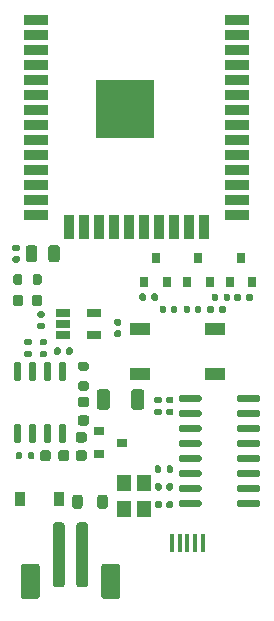
<source format=gbr>
%TF.GenerationSoftware,KiCad,Pcbnew,(5.1.7-0-10_14)*%
%TF.CreationDate,2020-11-01T22:18:58+09:00*%
%TF.ProjectId,esp32-dev,65737033-322d-4646-9576-2e6b69636164,rev?*%
%TF.SameCoordinates,Original*%
%TF.FileFunction,Paste,Top*%
%TF.FilePolarity,Positive*%
%FSLAX46Y46*%
G04 Gerber Fmt 4.6, Leading zero omitted, Abs format (unit mm)*
G04 Created by KiCad (PCBNEW (5.1.7-0-10_14)) date 2020-11-01 22:18:58*
%MOMM*%
%LPD*%
G01*
G04 APERTURE LIST*
%ADD10R,0.900000X1.200000*%
%ADD11R,0.400000X1.600000*%
%ADD12R,0.900000X0.800000*%
%ADD13R,0.800000X0.900000*%
%ADD14R,1.700000X1.000000*%
%ADD15R,5.000000X5.000000*%
%ADD16R,2.000000X0.900000*%
%ADD17R,0.900000X2.000000*%
%ADD18R,1.220000X0.650000*%
%ADD19R,1.200000X1.400000*%
G04 APERTURE END LIST*
%TO.C,C1*%
G36*
G01*
X126425000Y-105850000D02*
X126425000Y-106350000D01*
G75*
G02*
X126200000Y-106575000I-225000J0D01*
G01*
X125750000Y-106575000D01*
G75*
G02*
X125525000Y-106350000I0J225000D01*
G01*
X125525000Y-105850000D01*
G75*
G02*
X125750000Y-105625000I225000J0D01*
G01*
X126200000Y-105625000D01*
G75*
G02*
X126425000Y-105850000I0J-225000D01*
G01*
G37*
G36*
G01*
X127975000Y-105850000D02*
X127975000Y-106350000D01*
G75*
G02*
X127750000Y-106575000I-225000J0D01*
G01*
X127300000Y-106575000D01*
G75*
G02*
X127075000Y-106350000I0J225000D01*
G01*
X127075000Y-105850000D01*
G75*
G02*
X127300000Y-105625000I225000J0D01*
G01*
X127750000Y-105625000D01*
G75*
G02*
X127975000Y-105850000I0J-225000D01*
G01*
G37*
%TD*%
%TO.C,C2*%
G36*
G01*
X125430000Y-93870000D02*
X125770000Y-93870000D01*
G75*
G02*
X125910000Y-94010000I0J-140000D01*
G01*
X125910000Y-94290000D01*
G75*
G02*
X125770000Y-94430000I-140000J0D01*
G01*
X125430000Y-94430000D01*
G75*
G02*
X125290000Y-94290000I0J140000D01*
G01*
X125290000Y-94010000D01*
G75*
G02*
X125430000Y-93870000I140000J0D01*
G01*
G37*
G36*
G01*
X125430000Y-94830000D02*
X125770000Y-94830000D01*
G75*
G02*
X125910000Y-94970000I0J-140000D01*
G01*
X125910000Y-95250000D01*
G75*
G02*
X125770000Y-95390000I-140000J0D01*
G01*
X125430000Y-95390000D01*
G75*
G02*
X125290000Y-95250000I0J140000D01*
G01*
X125290000Y-94970000D01*
G75*
G02*
X125430000Y-94830000I140000J0D01*
G01*
G37*
%TD*%
%TO.C,C3*%
G36*
G01*
X123330000Y-89200000D02*
X123670000Y-89200000D01*
G75*
G02*
X123810000Y-89340000I0J-140000D01*
G01*
X123810000Y-89620000D01*
G75*
G02*
X123670000Y-89760000I-140000J0D01*
G01*
X123330000Y-89760000D01*
G75*
G02*
X123190000Y-89620000I0J140000D01*
G01*
X123190000Y-89340000D01*
G75*
G02*
X123330000Y-89200000I140000J0D01*
G01*
G37*
G36*
G01*
X123330000Y-88240000D02*
X123670000Y-88240000D01*
G75*
G02*
X123810000Y-88380000I0J-140000D01*
G01*
X123810000Y-88660000D01*
G75*
G02*
X123670000Y-88800000I-140000J0D01*
G01*
X123330000Y-88800000D01*
G75*
G02*
X123190000Y-88660000I0J140000D01*
G01*
X123190000Y-88380000D01*
G75*
G02*
X123330000Y-88240000I140000J0D01*
G01*
G37*
%TD*%
%TO.C,C4*%
G36*
G01*
X127200000Y-88525000D02*
X127200000Y-89475000D01*
G75*
G02*
X126950000Y-89725000I-250000J0D01*
G01*
X126450000Y-89725000D01*
G75*
G02*
X126200000Y-89475000I0J250000D01*
G01*
X126200000Y-88525000D01*
G75*
G02*
X126450000Y-88275000I250000J0D01*
G01*
X126950000Y-88275000D01*
G75*
G02*
X127200000Y-88525000I0J-250000D01*
G01*
G37*
G36*
G01*
X125300000Y-88525000D02*
X125300000Y-89475000D01*
G75*
G02*
X125050000Y-89725000I-250000J0D01*
G01*
X124550000Y-89725000D01*
G75*
G02*
X124300000Y-89475000I0J250000D01*
G01*
X124300000Y-88525000D01*
G75*
G02*
X124550000Y-88275000I250000J0D01*
G01*
X125050000Y-88275000D01*
G75*
G02*
X125300000Y-88525000I0J-250000D01*
G01*
G37*
%TD*%
%TO.C,C5*%
G36*
G01*
X128750000Y-104100000D02*
X129250000Y-104100000D01*
G75*
G02*
X129475000Y-104325000I0J-225000D01*
G01*
X129475000Y-104775000D01*
G75*
G02*
X129250000Y-105000000I-225000J0D01*
G01*
X128750000Y-105000000D01*
G75*
G02*
X128525000Y-104775000I0J225000D01*
G01*
X128525000Y-104325000D01*
G75*
G02*
X128750000Y-104100000I225000J0D01*
G01*
G37*
G36*
G01*
X128750000Y-105650000D02*
X129250000Y-105650000D01*
G75*
G02*
X129475000Y-105875000I0J-225000D01*
G01*
X129475000Y-106325000D01*
G75*
G02*
X129250000Y-106550000I-225000J0D01*
G01*
X128750000Y-106550000D01*
G75*
G02*
X128525000Y-106325000I0J225000D01*
G01*
X128525000Y-105875000D01*
G75*
G02*
X128750000Y-105650000I225000J0D01*
G01*
G37*
%TD*%
%TO.C,C6*%
G36*
G01*
X131930000Y-94540000D02*
X132270000Y-94540000D01*
G75*
G02*
X132410000Y-94680000I0J-140000D01*
G01*
X132410000Y-94960000D01*
G75*
G02*
X132270000Y-95100000I-140000J0D01*
G01*
X131930000Y-95100000D01*
G75*
G02*
X131790000Y-94960000I0J140000D01*
G01*
X131790000Y-94680000D01*
G75*
G02*
X131930000Y-94540000I140000J0D01*
G01*
G37*
G36*
G01*
X131930000Y-95500000D02*
X132270000Y-95500000D01*
G75*
G02*
X132410000Y-95640000I0J-140000D01*
G01*
X132410000Y-95920000D01*
G75*
G02*
X132270000Y-96060000I-140000J0D01*
G01*
X131930000Y-96060000D01*
G75*
G02*
X131790000Y-95920000I0J140000D01*
G01*
X131790000Y-95640000D01*
G75*
G02*
X131930000Y-95500000I140000J0D01*
G01*
G37*
%TD*%
%TO.C,C7*%
G36*
G01*
X138230000Y-93556000D02*
X138230000Y-93896000D01*
G75*
G02*
X138090000Y-94036000I-140000J0D01*
G01*
X137810000Y-94036000D01*
G75*
G02*
X137670000Y-93896000I0J140000D01*
G01*
X137670000Y-93556000D01*
G75*
G02*
X137810000Y-93416000I140000J0D01*
G01*
X138090000Y-93416000D01*
G75*
G02*
X138230000Y-93556000I0J-140000D01*
G01*
G37*
G36*
G01*
X139190000Y-93556000D02*
X139190000Y-93896000D01*
G75*
G02*
X139050000Y-94036000I-140000J0D01*
G01*
X138770000Y-94036000D01*
G75*
G02*
X138630000Y-93896000I0J140000D01*
G01*
X138630000Y-93556000D01*
G75*
G02*
X138770000Y-93416000I140000J0D01*
G01*
X139050000Y-93416000D01*
G75*
G02*
X139190000Y-93556000I0J-140000D01*
G01*
G37*
%TD*%
%TO.C,C8*%
G36*
G01*
X137158000Y-93556000D02*
X137158000Y-93896000D01*
G75*
G02*
X137018000Y-94036000I-140000J0D01*
G01*
X136738000Y-94036000D01*
G75*
G02*
X136598000Y-93896000I0J140000D01*
G01*
X136598000Y-93556000D01*
G75*
G02*
X136738000Y-93416000I140000J0D01*
G01*
X137018000Y-93416000D01*
G75*
G02*
X137158000Y-93556000I0J-140000D01*
G01*
G37*
G36*
G01*
X136198000Y-93556000D02*
X136198000Y-93896000D01*
G75*
G02*
X136058000Y-94036000I-140000J0D01*
G01*
X135778000Y-94036000D01*
G75*
G02*
X135638000Y-93896000I0J140000D01*
G01*
X135638000Y-93556000D01*
G75*
G02*
X135778000Y-93416000I140000J0D01*
G01*
X136058000Y-93416000D01*
G75*
G02*
X136198000Y-93556000I0J-140000D01*
G01*
G37*
%TD*%
%TO.C,C9*%
G36*
G01*
X136780000Y-108580000D02*
X136780000Y-108920000D01*
G75*
G02*
X136640000Y-109060000I-140000J0D01*
G01*
X136360000Y-109060000D01*
G75*
G02*
X136220000Y-108920000I0J140000D01*
G01*
X136220000Y-108580000D01*
G75*
G02*
X136360000Y-108440000I140000J0D01*
G01*
X136640000Y-108440000D01*
G75*
G02*
X136780000Y-108580000I0J-140000D01*
G01*
G37*
G36*
G01*
X135820000Y-108580000D02*
X135820000Y-108920000D01*
G75*
G02*
X135680000Y-109060000I-140000J0D01*
G01*
X135400000Y-109060000D01*
G75*
G02*
X135260000Y-108920000I0J140000D01*
G01*
X135260000Y-108580000D01*
G75*
G02*
X135400000Y-108440000I140000J0D01*
G01*
X135680000Y-108440000D01*
G75*
G02*
X135820000Y-108580000I0J-140000D01*
G01*
G37*
%TD*%
%TO.C,C10*%
G36*
G01*
X135820000Y-110080000D02*
X135820000Y-110420000D01*
G75*
G02*
X135680000Y-110560000I-140000J0D01*
G01*
X135400000Y-110560000D01*
G75*
G02*
X135260000Y-110420000I0J140000D01*
G01*
X135260000Y-110080000D01*
G75*
G02*
X135400000Y-109940000I140000J0D01*
G01*
X135680000Y-109940000D01*
G75*
G02*
X135820000Y-110080000I0J-140000D01*
G01*
G37*
G36*
G01*
X136780000Y-110080000D02*
X136780000Y-110420000D01*
G75*
G02*
X136640000Y-110560000I-140000J0D01*
G01*
X136360000Y-110560000D01*
G75*
G02*
X136220000Y-110420000I0J140000D01*
G01*
X136220000Y-110080000D01*
G75*
G02*
X136360000Y-109940000I140000J0D01*
G01*
X136640000Y-109940000D01*
G75*
G02*
X136780000Y-110080000I0J-140000D01*
G01*
G37*
%TD*%
D10*
%TO.C,D1*%
X123850000Y-109750000D03*
X127150000Y-109750000D03*
%TD*%
%TO.C,D2*%
G36*
G01*
X128943750Y-102687500D02*
X129456250Y-102687500D01*
G75*
G02*
X129675000Y-102906250I0J-218750D01*
G01*
X129675000Y-103343750D01*
G75*
G02*
X129456250Y-103562500I-218750J0D01*
G01*
X128943750Y-103562500D01*
G75*
G02*
X128725000Y-103343750I0J218750D01*
G01*
X128725000Y-102906250D01*
G75*
G02*
X128943750Y-102687500I218750J0D01*
G01*
G37*
G36*
G01*
X128943750Y-101112500D02*
X129456250Y-101112500D01*
G75*
G02*
X129675000Y-101331250I0J-218750D01*
G01*
X129675000Y-101768750D01*
G75*
G02*
X129456250Y-101987500I-218750J0D01*
G01*
X128943750Y-101987500D01*
G75*
G02*
X128725000Y-101768750I0J218750D01*
G01*
X128725000Y-101331250D01*
G75*
G02*
X128943750Y-101112500I218750J0D01*
G01*
G37*
%TD*%
%TO.C,D3*%
G36*
G01*
X124810000Y-93220250D02*
X124810000Y-92707750D01*
G75*
G02*
X125028750Y-92489000I218750J0D01*
G01*
X125466250Y-92489000D01*
G75*
G02*
X125685000Y-92707750I0J-218750D01*
G01*
X125685000Y-93220250D01*
G75*
G02*
X125466250Y-93439000I-218750J0D01*
G01*
X125028750Y-93439000D01*
G75*
G02*
X124810000Y-93220250I0J218750D01*
G01*
G37*
G36*
G01*
X123235000Y-93220250D02*
X123235000Y-92707750D01*
G75*
G02*
X123453750Y-92489000I218750J0D01*
G01*
X123891250Y-92489000D01*
G75*
G02*
X124110000Y-92707750I0J-218750D01*
G01*
X124110000Y-93220250D01*
G75*
G02*
X123891250Y-93439000I-218750J0D01*
G01*
X123453750Y-93439000D01*
G75*
G02*
X123235000Y-93220250I0J218750D01*
G01*
G37*
%TD*%
%TO.C,FB1*%
G36*
G01*
X128250000Y-110381250D02*
X128250000Y-109618750D01*
G75*
G02*
X128468750Y-109400000I218750J0D01*
G01*
X128906250Y-109400000D01*
G75*
G02*
X129125000Y-109618750I0J-218750D01*
G01*
X129125000Y-110381250D01*
G75*
G02*
X128906250Y-110600000I-218750J0D01*
G01*
X128468750Y-110600000D01*
G75*
G02*
X128250000Y-110381250I0J218750D01*
G01*
G37*
G36*
G01*
X130375000Y-110381250D02*
X130375000Y-109618750D01*
G75*
G02*
X130593750Y-109400000I218750J0D01*
G01*
X131031250Y-109400000D01*
G75*
G02*
X131250000Y-109618750I0J-218750D01*
G01*
X131250000Y-110381250D01*
G75*
G02*
X131031250Y-110600000I-218750J0D01*
G01*
X130593750Y-110600000D01*
G75*
G02*
X130375000Y-110381250I0J218750D01*
G01*
G37*
%TD*%
%TO.C,J1*%
G36*
G01*
X125500000Y-115500000D02*
X125500000Y-118000000D01*
G75*
G02*
X125250000Y-118250000I-250000J0D01*
G01*
X124150000Y-118250000D01*
G75*
G02*
X123900000Y-118000000I0J250000D01*
G01*
X123900000Y-115500000D01*
G75*
G02*
X124150000Y-115250000I250000J0D01*
G01*
X125250000Y-115250000D01*
G75*
G02*
X125500000Y-115500000I0J-250000D01*
G01*
G37*
G36*
G01*
X132300000Y-115500000D02*
X132300000Y-118000000D01*
G75*
G02*
X132050000Y-118250000I-250000J0D01*
G01*
X130950000Y-118250000D01*
G75*
G02*
X130700000Y-118000000I0J250000D01*
G01*
X130700000Y-115500000D01*
G75*
G02*
X130950000Y-115250000I250000J0D01*
G01*
X132050000Y-115250000D01*
G75*
G02*
X132300000Y-115500000I0J-250000D01*
G01*
G37*
G36*
G01*
X127600000Y-112000000D02*
X127600000Y-117000000D01*
G75*
G02*
X127350000Y-117250000I-250000J0D01*
G01*
X126850000Y-117250000D01*
G75*
G02*
X126600000Y-117000000I0J250000D01*
G01*
X126600000Y-112000000D01*
G75*
G02*
X126850000Y-111750000I250000J0D01*
G01*
X127350000Y-111750000D01*
G75*
G02*
X127600000Y-112000000I0J-250000D01*
G01*
G37*
G36*
G01*
X129600000Y-112000000D02*
X129600000Y-117000000D01*
G75*
G02*
X129350000Y-117250000I-250000J0D01*
G01*
X128850000Y-117250000D01*
G75*
G02*
X128600000Y-117000000I0J250000D01*
G01*
X128600000Y-112000000D01*
G75*
G02*
X128850000Y-111750000I250000J0D01*
G01*
X129350000Y-111750000D01*
G75*
G02*
X129600000Y-112000000I0J-250000D01*
G01*
G37*
%TD*%
D11*
%TO.C,J2*%
X139300000Y-113500000D03*
X138650000Y-113500000D03*
X138000000Y-113500000D03*
X137350000Y-113500000D03*
X136700000Y-113500000D03*
%TD*%
D12*
%TO.C,Q1*%
X130500000Y-104050000D03*
X130500000Y-105950000D03*
X132500000Y-105000000D03*
%TD*%
D13*
%TO.C,Q4*%
X135300000Y-89375000D03*
X136250000Y-91375000D03*
X134350000Y-91375000D03*
%TD*%
%TO.C,R1*%
G36*
G01*
X135760000Y-107065000D02*
X135760000Y-107435000D01*
G75*
G02*
X135625000Y-107570000I-135000J0D01*
G01*
X135355000Y-107570000D01*
G75*
G02*
X135220000Y-107435000I0J135000D01*
G01*
X135220000Y-107065000D01*
G75*
G02*
X135355000Y-106930000I135000J0D01*
G01*
X135625000Y-106930000D01*
G75*
G02*
X135760000Y-107065000I0J-135000D01*
G01*
G37*
G36*
G01*
X136780000Y-107065000D02*
X136780000Y-107435000D01*
G75*
G02*
X136645000Y-107570000I-135000J0D01*
G01*
X136375000Y-107570000D01*
G75*
G02*
X136240000Y-107435000I0J135000D01*
G01*
X136240000Y-107065000D01*
G75*
G02*
X136375000Y-106930000I135000J0D01*
G01*
X136645000Y-106930000D01*
G75*
G02*
X136780000Y-107065000I0J-135000D01*
G01*
G37*
%TD*%
%TO.C,R2*%
G36*
G01*
X133234000Y-101971001D02*
X133234000Y-100720999D01*
G75*
G02*
X133483999Y-100471000I249999J0D01*
G01*
X134109001Y-100471000D01*
G75*
G02*
X134359000Y-100720999I0J-249999D01*
G01*
X134359000Y-101971001D01*
G75*
G02*
X134109001Y-102221000I-249999J0D01*
G01*
X133483999Y-102221000D01*
G75*
G02*
X133234000Y-101971001I0J249999D01*
G01*
G37*
G36*
G01*
X130309000Y-101971001D02*
X130309000Y-100720999D01*
G75*
G02*
X130558999Y-100471000I249999J0D01*
G01*
X131184001Y-100471000D01*
G75*
G02*
X131434000Y-100720999I0J-249999D01*
G01*
X131434000Y-101971001D01*
G75*
G02*
X131184001Y-102221000I-249999J0D01*
G01*
X130558999Y-102221000D01*
G75*
G02*
X130309000Y-101971001I0J249999D01*
G01*
G37*
%TD*%
%TO.C,R3*%
G36*
G01*
X128280000Y-97065000D02*
X128280000Y-97435000D01*
G75*
G02*
X128145000Y-97570000I-135000J0D01*
G01*
X127875000Y-97570000D01*
G75*
G02*
X127740000Y-97435000I0J135000D01*
G01*
X127740000Y-97065000D01*
G75*
G02*
X127875000Y-96930000I135000J0D01*
G01*
X128145000Y-96930000D01*
G75*
G02*
X128280000Y-97065000I0J-135000D01*
G01*
G37*
G36*
G01*
X127260000Y-97065000D02*
X127260000Y-97435000D01*
G75*
G02*
X127125000Y-97570000I-135000J0D01*
G01*
X126855000Y-97570000D01*
G75*
G02*
X126720000Y-97435000I0J135000D01*
G01*
X126720000Y-97065000D01*
G75*
G02*
X126855000Y-96930000I135000J0D01*
G01*
X127125000Y-96930000D01*
G75*
G02*
X127260000Y-97065000I0J-135000D01*
G01*
G37*
%TD*%
%TO.C,R4*%
G36*
G01*
X128925000Y-98150000D02*
X129475000Y-98150000D01*
G75*
G02*
X129675000Y-98350000I0J-200000D01*
G01*
X129675000Y-98750000D01*
G75*
G02*
X129475000Y-98950000I-200000J0D01*
G01*
X128925000Y-98950000D01*
G75*
G02*
X128725000Y-98750000I0J200000D01*
G01*
X128725000Y-98350000D01*
G75*
G02*
X128925000Y-98150000I200000J0D01*
G01*
G37*
G36*
G01*
X128925000Y-99800000D02*
X129475000Y-99800000D01*
G75*
G02*
X129675000Y-100000000I0J-200000D01*
G01*
X129675000Y-100400000D01*
G75*
G02*
X129475000Y-100600000I-200000J0D01*
G01*
X128925000Y-100600000D01*
G75*
G02*
X128725000Y-100400000I0J200000D01*
G01*
X128725000Y-100000000D01*
G75*
G02*
X128925000Y-99800000I200000J0D01*
G01*
G37*
%TD*%
%TO.C,R5*%
G36*
G01*
X125985000Y-96760000D02*
X125615000Y-96760000D01*
G75*
G02*
X125480000Y-96625000I0J135000D01*
G01*
X125480000Y-96355000D01*
G75*
G02*
X125615000Y-96220000I135000J0D01*
G01*
X125985000Y-96220000D01*
G75*
G02*
X126120000Y-96355000I0J-135000D01*
G01*
X126120000Y-96625000D01*
G75*
G02*
X125985000Y-96760000I-135000J0D01*
G01*
G37*
G36*
G01*
X125985000Y-97780000D02*
X125615000Y-97780000D01*
G75*
G02*
X125480000Y-97645000I0J135000D01*
G01*
X125480000Y-97375000D01*
G75*
G02*
X125615000Y-97240000I135000J0D01*
G01*
X125985000Y-97240000D01*
G75*
G02*
X126120000Y-97375000I0J-135000D01*
G01*
X126120000Y-97645000D01*
G75*
G02*
X125985000Y-97780000I-135000J0D01*
G01*
G37*
%TD*%
%TO.C,R6*%
G36*
G01*
X124685000Y-96760000D02*
X124315000Y-96760000D01*
G75*
G02*
X124180000Y-96625000I0J135000D01*
G01*
X124180000Y-96355000D01*
G75*
G02*
X124315000Y-96220000I135000J0D01*
G01*
X124685000Y-96220000D01*
G75*
G02*
X124820000Y-96355000I0J-135000D01*
G01*
X124820000Y-96625000D01*
G75*
G02*
X124685000Y-96760000I-135000J0D01*
G01*
G37*
G36*
G01*
X124685000Y-97780000D02*
X124315000Y-97780000D01*
G75*
G02*
X124180000Y-97645000I0J135000D01*
G01*
X124180000Y-97375000D01*
G75*
G02*
X124315000Y-97240000I135000J0D01*
G01*
X124685000Y-97240000D01*
G75*
G02*
X124820000Y-97375000I0J-135000D01*
G01*
X124820000Y-97645000D01*
G75*
G02*
X124685000Y-97780000I-135000J0D01*
G01*
G37*
%TD*%
%TO.C,R7*%
G36*
G01*
X140050000Y-92885000D02*
X140050000Y-92515000D01*
G75*
G02*
X140185000Y-92380000I135000J0D01*
G01*
X140455000Y-92380000D01*
G75*
G02*
X140590000Y-92515000I0J-135000D01*
G01*
X140590000Y-92885000D01*
G75*
G02*
X140455000Y-93020000I-135000J0D01*
G01*
X140185000Y-93020000D01*
G75*
G02*
X140050000Y-92885000I0J135000D01*
G01*
G37*
G36*
G01*
X141070000Y-92885000D02*
X141070000Y-92515000D01*
G75*
G02*
X141205000Y-92380000I135000J0D01*
G01*
X141475000Y-92380000D01*
G75*
G02*
X141610000Y-92515000I0J-135000D01*
G01*
X141610000Y-92885000D01*
G75*
G02*
X141475000Y-93020000I-135000J0D01*
G01*
X141205000Y-93020000D01*
G75*
G02*
X141070000Y-92885000I0J135000D01*
G01*
G37*
%TD*%
%TO.C,R8*%
G36*
G01*
X143526000Y-92525000D02*
X143526000Y-92895000D01*
G75*
G02*
X143391000Y-93030000I-135000J0D01*
G01*
X143121000Y-93030000D01*
G75*
G02*
X142986000Y-92895000I0J135000D01*
G01*
X142986000Y-92525000D01*
G75*
G02*
X143121000Y-92390000I135000J0D01*
G01*
X143391000Y-92390000D01*
G75*
G02*
X143526000Y-92525000I0J-135000D01*
G01*
G37*
G36*
G01*
X142506000Y-92525000D02*
X142506000Y-92895000D01*
G75*
G02*
X142371000Y-93030000I-135000J0D01*
G01*
X142101000Y-93030000D01*
G75*
G02*
X141966000Y-92895000I0J135000D01*
G01*
X141966000Y-92525000D01*
G75*
G02*
X142101000Y-92390000I135000J0D01*
G01*
X142371000Y-92390000D01*
G75*
G02*
X142506000Y-92525000I0J-135000D01*
G01*
G37*
%TD*%
%TO.C,R9*%
G36*
G01*
X124490000Y-106285000D02*
X124490000Y-105915000D01*
G75*
G02*
X124625000Y-105780000I135000J0D01*
G01*
X124895000Y-105780000D01*
G75*
G02*
X125030000Y-105915000I0J-135000D01*
G01*
X125030000Y-106285000D01*
G75*
G02*
X124895000Y-106420000I-135000J0D01*
G01*
X124625000Y-106420000D01*
G75*
G02*
X124490000Y-106285000I0J135000D01*
G01*
G37*
G36*
G01*
X123470000Y-106285000D02*
X123470000Y-105915000D01*
G75*
G02*
X123605000Y-105780000I135000J0D01*
G01*
X123875000Y-105780000D01*
G75*
G02*
X124010000Y-105915000I0J-135000D01*
G01*
X124010000Y-106285000D01*
G75*
G02*
X123875000Y-106420000I-135000J0D01*
G01*
X123605000Y-106420000D01*
G75*
G02*
X123470000Y-106285000I0J135000D01*
G01*
G37*
%TD*%
%TO.C,R10*%
G36*
G01*
X140222000Y-93541000D02*
X140222000Y-93911000D01*
G75*
G02*
X140087000Y-94046000I-135000J0D01*
G01*
X139817000Y-94046000D01*
G75*
G02*
X139682000Y-93911000I0J135000D01*
G01*
X139682000Y-93541000D01*
G75*
G02*
X139817000Y-93406000I135000J0D01*
G01*
X140087000Y-93406000D01*
G75*
G02*
X140222000Y-93541000I0J-135000D01*
G01*
G37*
G36*
G01*
X141242000Y-93541000D02*
X141242000Y-93911000D01*
G75*
G02*
X141107000Y-94046000I-135000J0D01*
G01*
X140837000Y-94046000D01*
G75*
G02*
X140702000Y-93911000I0J135000D01*
G01*
X140702000Y-93541000D01*
G75*
G02*
X140837000Y-93406000I135000J0D01*
G01*
X141107000Y-93406000D01*
G75*
G02*
X141242000Y-93541000I0J-135000D01*
G01*
G37*
%TD*%
%TO.C,R11*%
G36*
G01*
X123235000Y-91461000D02*
X123235000Y-90911000D01*
G75*
G02*
X123435000Y-90711000I200000J0D01*
G01*
X123835000Y-90711000D01*
G75*
G02*
X124035000Y-90911000I0J-200000D01*
G01*
X124035000Y-91461000D01*
G75*
G02*
X123835000Y-91661000I-200000J0D01*
G01*
X123435000Y-91661000D01*
G75*
G02*
X123235000Y-91461000I0J200000D01*
G01*
G37*
G36*
G01*
X124885000Y-91461000D02*
X124885000Y-90911000D01*
G75*
G02*
X125085000Y-90711000I200000J0D01*
G01*
X125485000Y-90711000D01*
G75*
G02*
X125685000Y-90911000I0J-200000D01*
G01*
X125685000Y-91461000D01*
G75*
G02*
X125485000Y-91661000I-200000J0D01*
G01*
X125085000Y-91661000D01*
G75*
G02*
X124885000Y-91461000I0J200000D01*
G01*
G37*
%TD*%
%TO.C,R12*%
G36*
G01*
X136685000Y-101660000D02*
X136315000Y-101660000D01*
G75*
G02*
X136180000Y-101525000I0J135000D01*
G01*
X136180000Y-101255000D01*
G75*
G02*
X136315000Y-101120000I135000J0D01*
G01*
X136685000Y-101120000D01*
G75*
G02*
X136820000Y-101255000I0J-135000D01*
G01*
X136820000Y-101525000D01*
G75*
G02*
X136685000Y-101660000I-135000J0D01*
G01*
G37*
G36*
G01*
X136685000Y-102680000D02*
X136315000Y-102680000D01*
G75*
G02*
X136180000Y-102545000I0J135000D01*
G01*
X136180000Y-102275000D01*
G75*
G02*
X136315000Y-102140000I135000J0D01*
G01*
X136685000Y-102140000D01*
G75*
G02*
X136820000Y-102275000I0J-135000D01*
G01*
X136820000Y-102545000D01*
G75*
G02*
X136685000Y-102680000I-135000J0D01*
G01*
G37*
%TD*%
%TO.C,R13*%
G36*
G01*
X135315000Y-101120000D02*
X135685000Y-101120000D01*
G75*
G02*
X135820000Y-101255000I0J-135000D01*
G01*
X135820000Y-101525000D01*
G75*
G02*
X135685000Y-101660000I-135000J0D01*
G01*
X135315000Y-101660000D01*
G75*
G02*
X135180000Y-101525000I0J135000D01*
G01*
X135180000Y-101255000D01*
G75*
G02*
X135315000Y-101120000I135000J0D01*
G01*
G37*
G36*
G01*
X135315000Y-102140000D02*
X135685000Y-102140000D01*
G75*
G02*
X135820000Y-102275000I0J-135000D01*
G01*
X135820000Y-102545000D01*
G75*
G02*
X135685000Y-102680000I-135000J0D01*
G01*
X135315000Y-102680000D01*
G75*
G02*
X135180000Y-102545000I0J135000D01*
G01*
X135180000Y-102275000D01*
G75*
G02*
X135315000Y-102140000I135000J0D01*
G01*
G37*
%TD*%
%TO.C,R14*%
G36*
G01*
X133935000Y-92860000D02*
X133935000Y-92490000D01*
G75*
G02*
X134070000Y-92355000I135000J0D01*
G01*
X134340000Y-92355000D01*
G75*
G02*
X134475000Y-92490000I0J-135000D01*
G01*
X134475000Y-92860000D01*
G75*
G02*
X134340000Y-92995000I-135000J0D01*
G01*
X134070000Y-92995000D01*
G75*
G02*
X133935000Y-92860000I0J135000D01*
G01*
G37*
G36*
G01*
X134955000Y-92860000D02*
X134955000Y-92490000D01*
G75*
G02*
X135090000Y-92355000I135000J0D01*
G01*
X135360000Y-92355000D01*
G75*
G02*
X135495000Y-92490000I0J-135000D01*
G01*
X135495000Y-92860000D01*
G75*
G02*
X135360000Y-92995000I-135000J0D01*
G01*
X135090000Y-92995000D01*
G75*
G02*
X134955000Y-92860000I0J135000D01*
G01*
G37*
%TD*%
D14*
%TO.C,SW1*%
X140310000Y-99182000D03*
X134010000Y-99182000D03*
X140310000Y-95382000D03*
X134010000Y-95382000D03*
%TD*%
D15*
%TO.C,U1*%
X132700000Y-76745000D03*
D16*
X125200000Y-69245000D03*
X125200000Y-70515000D03*
X125200000Y-71785000D03*
X125200000Y-73055000D03*
X125200000Y-74325000D03*
X125200000Y-75595000D03*
X125200000Y-76865000D03*
X125200000Y-78135000D03*
X125200000Y-79405000D03*
X125200000Y-80675000D03*
X125200000Y-81945000D03*
X125200000Y-83215000D03*
X125200000Y-84485000D03*
X125200000Y-85755000D03*
D17*
X127985000Y-86755000D03*
X129255000Y-86755000D03*
X130525000Y-86755000D03*
X131795000Y-86755000D03*
X133065000Y-86755000D03*
X134335000Y-86755000D03*
X135605000Y-86755000D03*
X136875000Y-86755000D03*
X138145000Y-86755000D03*
X139415000Y-86755000D03*
D16*
X142200000Y-85755000D03*
X142200000Y-84485000D03*
X142200000Y-83215000D03*
X142200000Y-81945000D03*
X142200000Y-80675000D03*
X142200000Y-79405000D03*
X142200000Y-78135000D03*
X142200000Y-76865000D03*
X142200000Y-75595000D03*
X142200000Y-74325000D03*
X142200000Y-73055000D03*
X142200000Y-71785000D03*
X142200000Y-70515000D03*
X142200000Y-69245000D03*
%TD*%
D18*
%TO.C,U2*%
X127472000Y-94020000D03*
X127472000Y-94970000D03*
X127472000Y-95920000D03*
X130092000Y-95920000D03*
X130092000Y-94020000D03*
%TD*%
%TO.C,U3*%
G36*
G01*
X123745000Y-99800000D02*
X123445000Y-99800000D01*
G75*
G02*
X123295000Y-99650000I0J150000D01*
G01*
X123295000Y-98300000D01*
G75*
G02*
X123445000Y-98150000I150000J0D01*
G01*
X123745000Y-98150000D01*
G75*
G02*
X123895000Y-98300000I0J-150000D01*
G01*
X123895000Y-99650000D01*
G75*
G02*
X123745000Y-99800000I-150000J0D01*
G01*
G37*
G36*
G01*
X125015000Y-99800000D02*
X124715000Y-99800000D01*
G75*
G02*
X124565000Y-99650000I0J150000D01*
G01*
X124565000Y-98300000D01*
G75*
G02*
X124715000Y-98150000I150000J0D01*
G01*
X125015000Y-98150000D01*
G75*
G02*
X125165000Y-98300000I0J-150000D01*
G01*
X125165000Y-99650000D01*
G75*
G02*
X125015000Y-99800000I-150000J0D01*
G01*
G37*
G36*
G01*
X126285000Y-99800000D02*
X125985000Y-99800000D01*
G75*
G02*
X125835000Y-99650000I0J150000D01*
G01*
X125835000Y-98300000D01*
G75*
G02*
X125985000Y-98150000I150000J0D01*
G01*
X126285000Y-98150000D01*
G75*
G02*
X126435000Y-98300000I0J-150000D01*
G01*
X126435000Y-99650000D01*
G75*
G02*
X126285000Y-99800000I-150000J0D01*
G01*
G37*
G36*
G01*
X127555000Y-99800000D02*
X127255000Y-99800000D01*
G75*
G02*
X127105000Y-99650000I0J150000D01*
G01*
X127105000Y-98300000D01*
G75*
G02*
X127255000Y-98150000I150000J0D01*
G01*
X127555000Y-98150000D01*
G75*
G02*
X127705000Y-98300000I0J-150000D01*
G01*
X127705000Y-99650000D01*
G75*
G02*
X127555000Y-99800000I-150000J0D01*
G01*
G37*
G36*
G01*
X127555000Y-105050000D02*
X127255000Y-105050000D01*
G75*
G02*
X127105000Y-104900000I0J150000D01*
G01*
X127105000Y-103550000D01*
G75*
G02*
X127255000Y-103400000I150000J0D01*
G01*
X127555000Y-103400000D01*
G75*
G02*
X127705000Y-103550000I0J-150000D01*
G01*
X127705000Y-104900000D01*
G75*
G02*
X127555000Y-105050000I-150000J0D01*
G01*
G37*
G36*
G01*
X126285000Y-105050000D02*
X125985000Y-105050000D01*
G75*
G02*
X125835000Y-104900000I0J150000D01*
G01*
X125835000Y-103550000D01*
G75*
G02*
X125985000Y-103400000I150000J0D01*
G01*
X126285000Y-103400000D01*
G75*
G02*
X126435000Y-103550000I0J-150000D01*
G01*
X126435000Y-104900000D01*
G75*
G02*
X126285000Y-105050000I-150000J0D01*
G01*
G37*
G36*
G01*
X125015000Y-105050000D02*
X124715000Y-105050000D01*
G75*
G02*
X124565000Y-104900000I0J150000D01*
G01*
X124565000Y-103550000D01*
G75*
G02*
X124715000Y-103400000I150000J0D01*
G01*
X125015000Y-103400000D01*
G75*
G02*
X125165000Y-103550000I0J-150000D01*
G01*
X125165000Y-104900000D01*
G75*
G02*
X125015000Y-105050000I-150000J0D01*
G01*
G37*
G36*
G01*
X123745000Y-105050000D02*
X123445000Y-105050000D01*
G75*
G02*
X123295000Y-104900000I0J150000D01*
G01*
X123295000Y-103550000D01*
G75*
G02*
X123445000Y-103400000I150000J0D01*
G01*
X123745000Y-103400000D01*
G75*
G02*
X123895000Y-103550000I0J-150000D01*
G01*
X123895000Y-104900000D01*
G75*
G02*
X123745000Y-105050000I-150000J0D01*
G01*
G37*
%TD*%
%TO.C,U4*%
G36*
G01*
X137250000Y-101405000D02*
X137250000Y-101105000D01*
G75*
G02*
X137400000Y-100955000I150000J0D01*
G01*
X139050000Y-100955000D01*
G75*
G02*
X139200000Y-101105000I0J-150000D01*
G01*
X139200000Y-101405000D01*
G75*
G02*
X139050000Y-101555000I-150000J0D01*
G01*
X137400000Y-101555000D01*
G75*
G02*
X137250000Y-101405000I0J150000D01*
G01*
G37*
G36*
G01*
X137250000Y-102675000D02*
X137250000Y-102375000D01*
G75*
G02*
X137400000Y-102225000I150000J0D01*
G01*
X139050000Y-102225000D01*
G75*
G02*
X139200000Y-102375000I0J-150000D01*
G01*
X139200000Y-102675000D01*
G75*
G02*
X139050000Y-102825000I-150000J0D01*
G01*
X137400000Y-102825000D01*
G75*
G02*
X137250000Y-102675000I0J150000D01*
G01*
G37*
G36*
G01*
X137250000Y-103945000D02*
X137250000Y-103645000D01*
G75*
G02*
X137400000Y-103495000I150000J0D01*
G01*
X139050000Y-103495000D01*
G75*
G02*
X139200000Y-103645000I0J-150000D01*
G01*
X139200000Y-103945000D01*
G75*
G02*
X139050000Y-104095000I-150000J0D01*
G01*
X137400000Y-104095000D01*
G75*
G02*
X137250000Y-103945000I0J150000D01*
G01*
G37*
G36*
G01*
X137250000Y-105215000D02*
X137250000Y-104915000D01*
G75*
G02*
X137400000Y-104765000I150000J0D01*
G01*
X139050000Y-104765000D01*
G75*
G02*
X139200000Y-104915000I0J-150000D01*
G01*
X139200000Y-105215000D01*
G75*
G02*
X139050000Y-105365000I-150000J0D01*
G01*
X137400000Y-105365000D01*
G75*
G02*
X137250000Y-105215000I0J150000D01*
G01*
G37*
G36*
G01*
X137250000Y-106485000D02*
X137250000Y-106185000D01*
G75*
G02*
X137400000Y-106035000I150000J0D01*
G01*
X139050000Y-106035000D01*
G75*
G02*
X139200000Y-106185000I0J-150000D01*
G01*
X139200000Y-106485000D01*
G75*
G02*
X139050000Y-106635000I-150000J0D01*
G01*
X137400000Y-106635000D01*
G75*
G02*
X137250000Y-106485000I0J150000D01*
G01*
G37*
G36*
G01*
X137250000Y-107755000D02*
X137250000Y-107455000D01*
G75*
G02*
X137400000Y-107305000I150000J0D01*
G01*
X139050000Y-107305000D01*
G75*
G02*
X139200000Y-107455000I0J-150000D01*
G01*
X139200000Y-107755000D01*
G75*
G02*
X139050000Y-107905000I-150000J0D01*
G01*
X137400000Y-107905000D01*
G75*
G02*
X137250000Y-107755000I0J150000D01*
G01*
G37*
G36*
G01*
X137250000Y-109025000D02*
X137250000Y-108725000D01*
G75*
G02*
X137400000Y-108575000I150000J0D01*
G01*
X139050000Y-108575000D01*
G75*
G02*
X139200000Y-108725000I0J-150000D01*
G01*
X139200000Y-109025000D01*
G75*
G02*
X139050000Y-109175000I-150000J0D01*
G01*
X137400000Y-109175000D01*
G75*
G02*
X137250000Y-109025000I0J150000D01*
G01*
G37*
G36*
G01*
X137250000Y-110295000D02*
X137250000Y-109995000D01*
G75*
G02*
X137400000Y-109845000I150000J0D01*
G01*
X139050000Y-109845000D01*
G75*
G02*
X139200000Y-109995000I0J-150000D01*
G01*
X139200000Y-110295000D01*
G75*
G02*
X139050000Y-110445000I-150000J0D01*
G01*
X137400000Y-110445000D01*
G75*
G02*
X137250000Y-110295000I0J150000D01*
G01*
G37*
G36*
G01*
X142200000Y-110295000D02*
X142200000Y-109995000D01*
G75*
G02*
X142350000Y-109845000I150000J0D01*
G01*
X144000000Y-109845000D01*
G75*
G02*
X144150000Y-109995000I0J-150000D01*
G01*
X144150000Y-110295000D01*
G75*
G02*
X144000000Y-110445000I-150000J0D01*
G01*
X142350000Y-110445000D01*
G75*
G02*
X142200000Y-110295000I0J150000D01*
G01*
G37*
G36*
G01*
X142200000Y-109025000D02*
X142200000Y-108725000D01*
G75*
G02*
X142350000Y-108575000I150000J0D01*
G01*
X144000000Y-108575000D01*
G75*
G02*
X144150000Y-108725000I0J-150000D01*
G01*
X144150000Y-109025000D01*
G75*
G02*
X144000000Y-109175000I-150000J0D01*
G01*
X142350000Y-109175000D01*
G75*
G02*
X142200000Y-109025000I0J150000D01*
G01*
G37*
G36*
G01*
X142200000Y-107755000D02*
X142200000Y-107455000D01*
G75*
G02*
X142350000Y-107305000I150000J0D01*
G01*
X144000000Y-107305000D01*
G75*
G02*
X144150000Y-107455000I0J-150000D01*
G01*
X144150000Y-107755000D01*
G75*
G02*
X144000000Y-107905000I-150000J0D01*
G01*
X142350000Y-107905000D01*
G75*
G02*
X142200000Y-107755000I0J150000D01*
G01*
G37*
G36*
G01*
X142200000Y-106485000D02*
X142200000Y-106185000D01*
G75*
G02*
X142350000Y-106035000I150000J0D01*
G01*
X144000000Y-106035000D01*
G75*
G02*
X144150000Y-106185000I0J-150000D01*
G01*
X144150000Y-106485000D01*
G75*
G02*
X144000000Y-106635000I-150000J0D01*
G01*
X142350000Y-106635000D01*
G75*
G02*
X142200000Y-106485000I0J150000D01*
G01*
G37*
G36*
G01*
X142200000Y-105215000D02*
X142200000Y-104915000D01*
G75*
G02*
X142350000Y-104765000I150000J0D01*
G01*
X144000000Y-104765000D01*
G75*
G02*
X144150000Y-104915000I0J-150000D01*
G01*
X144150000Y-105215000D01*
G75*
G02*
X144000000Y-105365000I-150000J0D01*
G01*
X142350000Y-105365000D01*
G75*
G02*
X142200000Y-105215000I0J150000D01*
G01*
G37*
G36*
G01*
X142200000Y-103945000D02*
X142200000Y-103645000D01*
G75*
G02*
X142350000Y-103495000I150000J0D01*
G01*
X144000000Y-103495000D01*
G75*
G02*
X144150000Y-103645000I0J-150000D01*
G01*
X144150000Y-103945000D01*
G75*
G02*
X144000000Y-104095000I-150000J0D01*
G01*
X142350000Y-104095000D01*
G75*
G02*
X142200000Y-103945000I0J150000D01*
G01*
G37*
G36*
G01*
X142200000Y-102675000D02*
X142200000Y-102375000D01*
G75*
G02*
X142350000Y-102225000I150000J0D01*
G01*
X144000000Y-102225000D01*
G75*
G02*
X144150000Y-102375000I0J-150000D01*
G01*
X144150000Y-102675000D01*
G75*
G02*
X144000000Y-102825000I-150000J0D01*
G01*
X142350000Y-102825000D01*
G75*
G02*
X142200000Y-102675000I0J150000D01*
G01*
G37*
G36*
G01*
X142200000Y-101405000D02*
X142200000Y-101105000D01*
G75*
G02*
X142350000Y-100955000I150000J0D01*
G01*
X144000000Y-100955000D01*
G75*
G02*
X144150000Y-101105000I0J-150000D01*
G01*
X144150000Y-101405000D01*
G75*
G02*
X144000000Y-101555000I-150000J0D01*
G01*
X142350000Y-101555000D01*
G75*
G02*
X142200000Y-101405000I0J150000D01*
G01*
G37*
%TD*%
D19*
%TO.C,Y1*%
X132650000Y-108400000D03*
X132650000Y-110600000D03*
X134350000Y-110600000D03*
X134350000Y-108400000D03*
%TD*%
D13*
%TO.C,Q2*%
X137975001Y-91400000D03*
X139875001Y-91400000D03*
X138925001Y-89400000D03*
%TD*%
%TO.C,Q3*%
X142550000Y-89400000D03*
X143500000Y-91400000D03*
X141600000Y-91400000D03*
%TD*%
M02*

</source>
